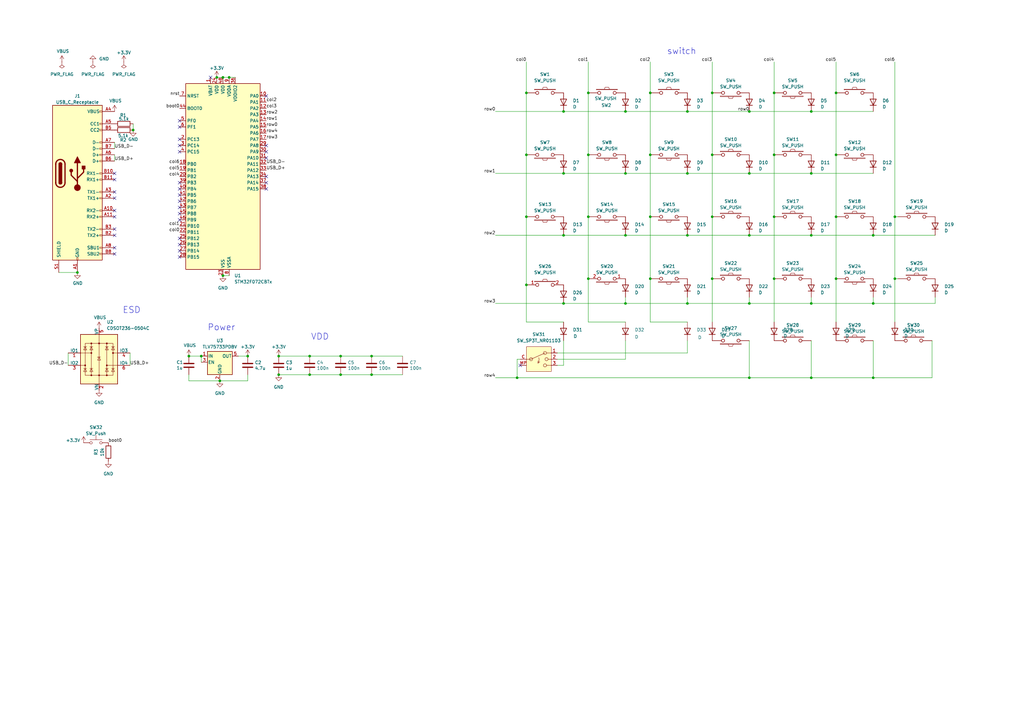
<source format=kicad_sch>
(kicad_sch (version 20250114) (generator "eeschema") (generator_version "9.0")
  (paper "A3")
  (lib_symbols
    (symbol "Connector:USB_C_Receptacle" (pin_names (offset 1.016))
      (property "Reference" "J" (at -10.16 29.21 0))
      (property "Value" "USB_C_Receptacle" (at 10.16 29.21 0))
      (symbol "USB_C_Receptacle_1_1"
        (pin passive line (at -7.62 -40.64 90) (length 5.08) (name "SHIELD") (number "S1"))
        (pin passive line (at 0 -40.64 90) (length 5.08) (name "GND") (number "A1"))
        (pin passive line (at 0 -40.64 90) (length 5.08) (hide yes) (name "GND") (number "A12"))
        (pin passive line (at 0 -40.64 90) (length 5.08) (hide yes) (name "GND") (number "B1"))
        (pin passive line (at 0 -40.64 90) (length 5.08) (hide yes) (name "GND") (number "B12"))
        (pin passive line (at 15.24 25.4 180) (length 5.08) (name "VBUS") (number "A4"))
        (pin passive line (at 15.24 25.4 180) (length 5.08) (hide yes) (name "VBUS") (number "A9"))
        (pin passive line (at 15.24 25.4 180) (length 5.08) (hide yes) (name "VBUS") (number "B4"))
        (pin passive line (at 15.24 25.4 180) (length 5.08) (hide yes) (name "VBUS") (number "B9"))
        (pin bidirectional line (at 15.24 20.32 180) (length 5.08) (name "CC1") (number "A5"))
        (pin bidirectional line (at 15.24 17.78 180) (length 5.08) (name "CC2") (number "B5"))
        (pin bidirectional line (at 15.24 12.7 180) (length 5.08) (name "D-") (number "A7"))
        (pin bidirectional line (at 15.24 10.16 180) (length 5.08) (name "D-") (number "B7"))
        (pin bidirectional line (at 15.24 7.62 180) (length 5.08) (name "D+") (number "A6"))
        (pin bidirectional line (at 15.24 5.08 180) (length 5.08) (name "D+") (number "B6"))
        (pin bidirectional line (at 15.24 0 180) (length 5.08) (name "RX1-") (number "B10"))
        (pin bidirectional line (at 15.24 -2.54 180) (length 5.08) (name "RX1+") (number "B11"))
        (pin bidirectional line (at 15.24 -7.62 180) (length 5.08) (name "TX1-") (number "A3"))
        (pin bidirectional line (at 15.24 -10.16 180) (length 5.08) (name "TX1+") (number "A2"))
        (pin bidirectional line (at 15.24 -15.24 180) (length 5.08) (name "RX2-") (number "A10"))
        (pin bidirectional line (at 15.24 -17.78 180) (length 5.08) (name "RX2+") (number "A11"))
        (pin bidirectional line (at 15.24 -22.86 180) (length 5.08) (name "TX2-") (number "B3"))
        (pin bidirectional line (at 15.24 -25.4 180) (length 5.08) (name "TX2+") (number "B2"))
        (pin bidirectional line (at 15.24 -30.48 180) (length 5.08) (name "SBU1") (number "A8"))
        (pin bidirectional line (at 15.24 -33.02 180) (length 5.08) (name "SBU2") (number "B8"))
      )
    )
    (symbol "Device:C" (pin_numbers (hide yes)) (pin_names (offset 0.254))
      (property "Reference" "C" (at 0.635 2.54 0))
      (property "Value" "C" (at 0.635 -2.54 0))
      (symbol "C_1_1"
        (pin passive line (at 0 3.81 270) (length 2.794) (name "~") (number "1"))
        (pin passive line (at 0 -3.81 90) (length 2.794) (name "~") (number "2"))
      )
    )
    (symbol "Device:D" (pin_numbers (hide yes)) (pin_names (offset 1.016) (hide yes))
      (property "Reference" "D" (at 0 2.54 0))
      (property "Value" "D" (at 0 -2.54 0))
      (symbol "D_1_1"
        (pin passive line (at -3.81 0 0) (length 2.54) (name "K") (number "1"))
        (pin passive line (at 3.81 0 180) (length 2.54) (name "A") (number "2"))
      )
    )
    (symbol "Device:R" (pin_numbers (hide yes)) (pin_names (offset 0))
      (property "Reference" "R" (at 2.032 0 90))
      (property "Value" "R" (at 0 0 90))
      (symbol "R_1_1"
        (pin passive line (at 0 3.81 270) (length 1.27) (name "~") (number "1"))
        (pin passive line (at 0 -3.81 90) (length 1.27) (name "~") (number "2"))
      )
    )
    (symbol "MCU_ST_STM32F0:STM32F072CBTx"
      (property "Reference" "U" (at -15.24 39.37 0))
      (property "Value" "STM32F072CBTx" (at 7.62 39.37 0))
      (symbol "STM32F072CBTx_1_1"
        (pin input line (at -17.78 33.02 0) (length 2.54) (name "NRST") (number "7"))
        (pin input line (at -17.78 27.94 0) (length 2.54) (name "BOOT0") (number "44"))
        (pin bidirectional line (at -17.78 22.86 0) (length 2.54) (name "PF0") (number "5"))
        (pin bidirectional line (at -17.78 20.32 0) (length 2.54) (name "PF1") (number "6"))
        (pin bidirectional line (at -17.78 15.24 0) (length 2.54) (name "PC13") (number "2"))
        (pin bidirectional line (at -17.78 12.7 0) (length 2.54) (name "PC14") (number "3"))
        (pin bidirectional line (at -17.78 10.16 0) (length 2.54) (name "PC15") (number "4"))
        (pin bidirectional line (at -17.78 5.08 0) (length 2.54) (name "PB0") (number "18"))
        (pin bidirectional line (at -17.78 2.54 0) (length 2.54) (name "PB1") (number "19"))
        (pin bidirectional line (at -17.78 0 0) (length 2.54) (name "PB2") (number "20"))
        (pin bidirectional line (at -17.78 -2.54 0) (length 2.54) (name "PB3") (number "39"))
        (pin bidirectional line (at -17.78 -5.08 0) (length 2.54) (name "PB4") (number "40"))
        (pin bidirectional line (at -17.78 -7.62 0) (length 2.54) (name "PB5") (number "41"))
        (pin bidirectional line (at -17.78 -10.16 0) (length 2.54) (name "PB6") (number "42"))
        (pin bidirectional line (at -17.78 -12.7 0) (length 2.54) (name "PB7") (number "43"))
        (pin bidirectional line (at -17.78 -15.24 0) (length 2.54) (name "PB8") (number "45"))
        (pin bidirectional line (at -17.78 -17.78 0) (length 2.54) (name "PB9") (number "46"))
        (pin bidirectional line (at -17.78 -20.32 0) (length 2.54) (name "PB10") (number "21"))
        (pin bidirectional line (at -17.78 -22.86 0) (length 2.54) (name "PB11") (number "22"))
        (pin bidirectional line (at -17.78 -25.4 0) (length 2.54) (name "PB12") (number "25"))
        (pin bidirectional line (at -17.78 -27.94 0) (length 2.54) (name "PB13") (number "26"))
        (pin bidirectional line (at -17.78 -30.48 0) (length 2.54) (name "PB14") (number "27"))
        (pin bidirectional line (at -17.78 -33.02 0) (length 2.54) (name "PB15") (number "28"))
        (pin power_in line (at -5.08 40.64 270) (length 2.54) (name "VBAT") (number "1"))
        (pin power_in line (at -2.54 40.64 270) (length 2.54) (name "VDD") (number "24"))
        (pin power_in line (at 0 40.64 270) (length 2.54) (name "VDD") (number "48"))
        (pin power_in line (at 0 -40.64 90) (length 2.54) (name "VSS") (number "23"))
        (pin passive line (at 0 -40.64 90) (length 2.54) (hide yes) (name "VSS") (number "35"))
        (pin passive line (at 0 -40.64 90) (length 2.54) (hide yes) (name "VSS") (number "47"))
        (pin power_in line (at 2.54 40.64 270) (length 2.54) (name "VDDA") (number "9"))
        (pin power_in line (at 2.54 -40.64 90) (length 2.54) (name "VSSA") (number "8"))
        (pin power_in line (at 5.08 40.64 270) (length 2.54) (name "VDDIO2") (number "36"))
        (pin bidirectional line (at 17.78 33.02 180) (length 2.54) (name "PA0") (number "10"))
        (pin bidirectional line (at 17.78 30.48 180) (length 2.54) (name "PA1") (number "11"))
        (pin bidirectional line (at 17.78 27.94 180) (length 2.54) (name "PA2") (number "12"))
        (pin bidirectional line (at 17.78 25.4 180) (length 2.54) (name "PA3") (number "13"))
        (pin bidirectional line (at 17.78 22.86 180) (length 2.54) (name "PA4") (number "14"))
        (pin bidirectional line (at 17.78 20.32 180) (length 2.54) (name "PA5") (number "15"))
        (pin bidirectional line (at 17.78 17.78 180) (length 2.54) (name "PA6") (number "16"))
        (pin bidirectional line (at 17.78 15.24 180) (length 2.54) (name "PA7") (number "17"))
        (pin bidirectional line (at 17.78 12.7 180) (length 2.54) (name "PA8") (number "29"))
        (pin bidirectional line (at 17.78 10.16 180) (length 2.54) (name "PA9") (number "30"))
        (pin bidirectional line (at 17.78 7.62 180) (length 2.54) (name "PA10") (number "31"))
        (pin bidirectional line (at 17.78 5.08 180) (length 2.54) (name "PA11") (number "32"))
        (pin bidirectional line (at 17.78 2.54 180) (length 2.54) (name "PA12") (number "33"))
        (pin bidirectional line (at 17.78 0 180) (length 2.54) (name "PA13") (number "34"))
        (pin bidirectional line (at 17.78 -2.54 180) (length 2.54) (name "PA14") (number "37"))
        (pin bidirectional line (at 17.78 -5.08 180) (length 2.54) (name "PA15") (number "38"))
      )
    )
    (symbol "Power_Protection:CDSOT236-0504C" (pin_names (offset 0))
      (property "Reference" "U" (at -5.08 11.43 0))
      (property "Value" "CDSOT236-0504C" (at 2.54 11.43 0))
      (symbol "CDSOT236-0504C_1_1"
        (pin passive line (at -12.7 2.54 0) (length 5.08) (name "IO1") (number "1"))
        (pin passive line (at -12.7 -2.54 0) (length 5.08) (name "IO2") (number "3"))
        (pin passive line (at 0 12.7 270) (length 2.54) (name "VP") (number "5"))
        (pin passive line (at 0 -12.7 90) (length 2.54) (name "VN") (number "2"))
        (pin passive line (at 12.7 2.54 180) (length 5.08) (name "IO3") (number "4"))
        (pin passive line (at 12.7 -2.54 180) (length 5.08) (name "IO4") (number "6"))
      )
    )
    (symbol "Regulator_Linear:TLV75733PDBV" (pin_names (offset 0.254))
      (property "Reference" "U" (at -3.81 5.715 0))
      (property "Value" "TLV75733PDBV" (at 0 5.715 0))
      (symbol "TLV75733PDBV_1_1"
        (pin power_in line (at -7.62 2.54 0) (length 2.54) (name "IN") (number "1"))
        (pin input line (at -7.62 0 0) (length 2.54) (name "EN") (number "3"))
        (pin power_in line (at 0 -7.62 90) (length 2.54) (name "GND") (number "2"))
        (pin no_connect line (at 5.08 0 180) (length 2.54) (hide yes) (name "NC") (number "4"))
        (pin power_out line (at 7.62 2.54 180) (length 2.54) (name "OUT") (number "5"))
      )
    )
    (symbol "SW_PUSH_1" (pin_names (offset 1.016) (hide yes))
      (property "Reference" "SW" (at 3.81 2.794 0))
      (property "Value" "SW_PUSH" (at 0 -2.032 0))
      (symbol "SW_PUSH_1_0_1"
        (pin passive inverted (at -7.62 0 0) (length 5.08) (name "1") (number "1"))
        (pin passive inverted (at 7.62 0 180) (length 5.08) (name "2") (number "2"))
      )
    )
    (symbol "SW_PUSH_2" (pin_names (offset 1.016) (hide yes))
      (property "Reference" "SW" (at 3.81 2.794 0))
      (property "Value" "SW_PUSH" (at 0 -2.032 0))
      (symbol "SW_PUSH_2_0_1"
        (pin passive inverted (at -7.62 0 0) (length 5.08) (name "1") (number "1"))
        (pin passive inverted (at 7.62 0 180) (length 5.08) (name "2") (number "2"))
      )
    )
    (symbol "Switch:SW_Push" (pin_numbers (hide yes)) (pin_names (offset 1.016) (hide yes))
      (property "Reference" "SW" (at 1.27 2.54 0))
      (property "Value" "SW_Push" (at 0 -1.524 0))
      (symbol "SW_Push_0_1"
        (pin passive line (at -5.08 0 0) (length 2.54) (name "1") (number "1"))
        (pin passive line (at 5.08 0 180) (length 2.54) (name "2") (number "2"))
      )
    )
    (symbol "Switch:SW_SP3T_NR01103" (pin_names (hide yes))
      (property "Reference" "SW" (at 0 6.35 0))
      (property "Value" "SW_SP3T_NR01103" (at 0 -6.35 0))
      (symbol "SW_SP3T_NR01103_1_1"
        (pin passive line (at -7.62 0 0) (length 2.54) (name "Common") (number "C"))
        (pin passive line (at -7.62 -2.54 0) (length 2.54) (name "MP") (number "MP"))
        (pin no_connect line (at -2.54 5.08 270) (length 0) (hide yes) (name "") (number "4"))
        (pin no_connect line (at 2.54 5.08 270) (length 0) (hide yes) (name "") (number "5"))
        (pin passive line (at 7.62 2.54 180) (length 2.54) (name "1") (number "1"))
        (pin passive line (at 7.62 0 180) (length 2.54) (name "2") (number "2"))
        (pin passive line (at 7.62 -2.54 180) (length 2.54) (name "3") (number "3"))
      )
    )
    (symbol "foostan:SW_PUSH" (pin_numbers (hide yes)) (pin_names (offset 1.016) (hide yes))
      (property "Reference" "SW" (at 3.81 2.794 0))
      (property "Value" "SW_PUSH" (at 0 -2.032 0))
      (symbol "SW_PUSH_0_1"
        (pin passive inverted (at -7.62 0 0) (length 5.08) (name "1") (number "1"))
        (pin passive inverted (at 7.62 0 180) (length 5.08) (name "2") (number "2"))
      )
    )
    (symbol "power:+3.3V" (power) (pin_names (offset 0))
      (property "Value" "+3.3V" (at 0 3.556 0))
      (symbol "+3.3V_1_1"
        (pin power_in line (at 0 0 90) (length 0) (hide yes) (name "+3.3V") (number "1"))
      )
    )
    (symbol "power:GND" (power) (pin_names (offset 0))
      (property "Value" "GND" (at 0 -3.81 0))
      (symbol "GND_1_1"
        (pin power_in line (at 0 0 270) (length 0) (hide yes) (name "GND") (number "1"))
      )
    )
    (symbol "power:PWR_FLAG" (power) (pin_numbers (hide yes)) (pin_names (offset 0) (hide yes))
      (property "Value" "PWR_FLAG" (at 0 3.81 0))
      (symbol "PWR_FLAG_0_0"
        (pin power_out line (at 0 0 90) (length 0) (name "pwr") (number "1"))
      )
    )
    (symbol "power:VBUS" (power) (pin_names (offset 0))
      (property "Value" "VBUS" (at 0 3.81 0))
      (symbol "VBUS_1_1"
        (pin power_in line (at 0 0 90) (length 0) (hide yes) (name "VBUS") (number "1"))
      )
    )
  )
  (text "Power" (at 85.09 135.89 0) (effects (font (size 2.54 2.54)) (justify left bottom)))
  (text "switch" (at 273.558 22.606 0) (effects (font (size 2.54 2.54)) (justify left bottom)))
  (text "ESD" (at 50.292 128.778 0) (effects (font (size 2.54 2.54)) (justify left bottom)))
  (text "VDD" (at 127.508 139.7 0) (effects (font (size 2.54 2.54)) (justify left bottom)))
  (junction (at 281.94 45.72))
  (junction (at 317.5 114.3))
  (junction (at 241.3 88.9))
  (junction (at 266.7 63.5))
  (junction (at 266.7 88.9))
  (junction (at 256.54 124.46))
  (junction (at 241.3 63.5))
  (junction (at 54.61 53.34))
  (junction (at 256.54 96.52))
  (junction (at 281.94 124.46))
  (junction (at 91.44 31.75))
  (junction (at 281.94 96.52))
  (junction (at 332.74 124.46))
  (junction (at 332.74 45.72))
  (junction (at 90.17 156.21))
  (junction (at 281.94 71.12))
  (junction (at 127 153.67))
  (junction (at 215.9 63.5))
  (junction (at 332.74 154.94))
  (junction (at 307.34 45.72))
  (junction (at 307.34 124.46))
  (junction (at 367.03 88.9))
  (junction (at 266.7 114.3))
  (junction (at 127 146.05))
  (junction (at 82.55 146.05))
  (junction (at 266.7 38.1))
  (junction (at 212.09 154.94))
  (junction (at 342.9 38.1))
  (junction (at 215.9 116.84))
  (junction (at 332.74 71.12))
  (junction (at 317.5 38.1))
  (junction (at 317.5 88.9))
  (junction (at 114.3 146.05))
  (junction (at 139.7 153.67))
  (junction (at 241.3 38.1))
  (junction (at 307.34 154.94))
  (junction (at 231.14 45.72))
  (junction (at 367.03 114.3))
  (junction (at 88.9 31.75))
  (junction (at 342.9 88.9))
  (junction (at 139.7 146.05))
  (junction (at 241.3 114.3))
  (junction (at 342.9 114.3))
  (junction (at 215.9 88.9))
  (junction (at 342.9 63.5))
  (junction (at 307.34 71.12))
  (junction (at 332.74 96.52))
  (junction (at 231.14 124.46))
  (junction (at 256.54 45.72))
  (junction (at 358.14 124.46))
  (junction (at 93.98 31.75))
  (junction (at 292.1 88.9))
  (junction (at 101.6 146.05))
  (junction (at 292.1 38.1))
  (junction (at 307.34 96.52))
  (junction (at 31.75 111.76))
  (junction (at 358.14 96.52))
  (junction (at 317.5 63.5))
  (junction (at 231.14 96.52))
  (junction (at 256.54 71.12))
  (junction (at 292.1 63.5))
  (junction (at 152.4 146.05))
  (junction (at 77.47 146.05))
  (junction (at 114.3 153.67))
  (junction (at 152.4 153.67))
  (junction (at 215.9 38.1))
  (junction (at 358.14 154.94))
  (junction (at 231.14 71.12))
  (junction (at 91.44 113.03))
  (junction (at 292.1 114.3))
  (no_connect (at 73.66 90.17))
  (no_connect (at 46.99 93.98))
  (no_connect (at 73.66 102.87))
  (no_connect (at 109.22 64.77))
  (no_connect (at 73.66 74.93))
  (no_connect (at 73.66 49.53))
  (no_connect (at 109.22 72.39))
  (no_connect (at 109.22 39.37))
  (no_connect (at 46.99 71.12))
  (no_connect (at 73.66 82.55))
  (no_connect (at 109.22 74.93))
  (no_connect (at 46.99 101.6))
  (no_connect (at 73.66 77.47))
  (no_connect (at 73.66 57.15))
  (no_connect (at 46.99 73.66))
  (no_connect (at 109.22 59.69))
  (no_connect (at 73.66 105.41))
  (no_connect (at 46.99 104.14))
  (no_connect (at 46.99 88.9))
  (no_connect (at 46.99 96.52))
  (no_connect (at 73.66 59.69))
  (no_connect (at 46.99 78.74))
  (no_connect (at 213.36 149.86))
  (no_connect (at 73.66 52.07))
  (no_connect (at 46.99 86.36))
  (no_connect (at 73.66 80.01))
  (no_connect (at 73.66 97.79))
  (no_connect (at 73.66 85.09))
  (no_connect (at 73.66 100.33))
  (no_connect (at 73.66 87.63))
  (no_connect (at 109.22 62.23))
  (no_connect (at 86.36 31.75))
  (no_connect (at 73.66 62.23))
  (no_connect (at 109.22 77.47))
  (no_connect (at 46.99 81.28))
  (wire (pts (xy 332.74 154.94) (xy 358.14 154.94)))
  (wire (pts (xy 317.5 25.4) (xy 317.5 38.1)))
  (wire (pts (xy 307.34 139.7) (xy 307.34 154.94)))
  (wire (pts (xy 241.3 25.4) (xy 241.3 38.1)))
  (wire (pts (xy 203.2 124.46) (xy 231.14 124.46)))
  (wire (pts (xy 82.55 146.05) (xy 82.55 148.59)))
  (wire (pts (xy 97.79 146.05) (xy 101.6 146.05)))
  (wire (pts (xy 213.36 147.32) (xy 212.09 147.32)))
  (wire (pts (xy 215.9 63.5) (xy 215.9 88.9)))
  (wire (pts (xy 256.54 96.52) (xy 281.94 96.52)))
  (wire (pts (xy 383.54 124.46) (xy 383.54 121.92)))
  (wire (pts (xy 266.7 63.5) (xy 266.7 88.9)))
  (wire (pts (xy 332.74 124.46) (xy 332.74 121.92)))
  (wire (pts (xy 215.9 25.4) (xy 215.9 38.1)))
  (wire (pts (xy 241.3 63.5) (xy 241.3 88.9)))
  (wire (pts (xy 203.2 45.72) (xy 231.14 45.72)))
  (wire (pts (xy 231.14 139.7) (xy 231.14 149.86)))
  (wire (pts (xy 24.13 111.76) (xy 31.75 111.76)))
  (wire (pts (xy 228.6 149.86) (xy 231.14 149.86)))
  (wire (pts (xy 127 146.05) (xy 139.7 146.05)))
  (wire (pts (xy 215.9 88.9) (xy 215.9 116.84)))
  (wire (pts (xy 266.7 114.3) (xy 266.7 132.08)))
  (wire (pts (xy 241.3 88.9) (xy 241.3 114.3)))
  (wire (pts (xy 231.14 96.52) (xy 256.54 96.52)))
  (wire (pts (xy 307.34 96.52) (xy 332.74 96.52)))
  (wire (pts (xy 292.1 88.9) (xy 292.1 114.3)))
  (wire (pts (xy 77.47 146.05) (xy 82.55 146.05)))
  (wire (pts (xy 307.34 124.46) (xy 332.74 124.46)))
  (wire (pts (xy 342.9 25.4) (xy 342.9 38.1)))
  (wire (pts (xy 342.9 114.3) (xy 342.9 132.08)))
  (wire (pts (xy 367.03 114.3) (xy 368.3 114.3)))
  (wire (pts (xy 307.34 45.72) (xy 332.74 45.72)))
  (wire (pts (xy 358.14 124.46) (xy 383.54 124.46)))
  (wire (pts (xy 292.1 63.5) (xy 292.1 88.9)))
  (wire (pts (xy 307.34 154.94) (xy 332.74 154.94)))
  (wire (pts (xy 281.94 96.52) (xy 307.34 96.52)))
  (wire (pts (xy 231.14 71.12) (xy 256.54 71.12)))
  (wire (pts (xy 317.5 88.9) (xy 317.5 114.3)))
  (wire (pts (xy 266.7 25.4) (xy 266.7 38.1)))
  (wire (pts (xy 281.94 124.46) (xy 307.34 124.46)))
  (wire (pts (xy 292.1 25.4) (xy 292.1 38.1)))
  (wire (pts (xy 342.9 63.5) (xy 342.9 88.9)))
  (wire (pts (xy 358.14 154.94) (xy 382.27 154.94)))
  (wire (pts (xy 152.4 153.67) (xy 165.1 153.67)))
  (wire (pts (xy 215.9 38.1) (xy 215.9 63.5)))
  (wire (pts (xy 256.54 124.46) (xy 281.94 124.46)))
  (wire (pts (xy 281.94 45.72) (xy 307.34 45.72)))
  (wire (pts (xy 91.44 31.75) (xy 93.98 31.75)))
  (wire (pts (xy 231.14 45.72) (xy 256.54 45.72)))
  (wire (pts (xy 91.44 113.03) (xy 93.98 113.03)))
  (wire (pts (xy 256.54 45.72) (xy 281.94 45.72)))
  (wire (pts (xy 114.3 146.05) (xy 127 146.05)))
  (wire (pts (xy 266.7 38.1) (xy 266.7 63.5)))
  (wire (pts (xy 292.1 132.08) (xy 292.1 114.3)))
  (wire (pts (xy 367.03 88.9) (xy 368.3 88.9)))
  (wire (pts (xy 228.6 147.32) (xy 256.54 147.32)))
  (wire (pts (xy 114.3 153.67) (xy 127 153.67)))
  (wire (pts (xy 317.5 63.5) (xy 317.5 88.9)))
  (wire (pts (xy 139.7 153.67) (xy 152.4 153.67)))
  (wire (pts (xy 215.9 132.08) (xy 231.14 132.08)))
  (wire (pts (xy 139.7 146.05) (xy 152.4 146.05)))
  (wire (pts (xy 127 153.67) (xy 139.7 153.67)))
  (wire (pts (xy 90.17 156.21) (xy 101.6 156.21)))
  (wire (pts (xy 358.14 139.7) (xy 358.14 154.94)))
  (wire (pts (xy 203.2 96.52) (xy 231.14 96.52)))
  (wire (pts (xy 203.2 71.12) (xy 231.14 71.12)))
  (wire (pts (xy 382.27 154.94) (xy 382.27 139.7)))
  (wire (pts (xy 317.5 38.1) (xy 317.5 63.5)))
  (wire (pts (xy 367.03 88.9) (xy 367.03 114.3)))
  (wire (pts (xy 266.7 132.08) (xy 281.94 132.08)))
  (wire (pts (xy 212.09 147.32) (xy 212.09 154.94)))
  (wire (pts (xy 241.3 114.3) (xy 241.3 132.08)))
  (wire (pts (xy 332.74 124.46) (xy 358.14 124.46)))
  (wire (pts (xy 215.9 116.84) (xy 215.9 132.08)))
  (wire (pts (xy 342.9 88.9) (xy 342.9 114.3)))
  (wire (pts (xy 152.4 146.05) (xy 165.1 146.05)))
  (wire (pts (xy 77.47 156.21) (xy 90.17 156.21)))
  (wire (pts (xy 281.94 124.46) (xy 281.94 121.92)))
  (wire (pts (xy 54.61 50.8) (xy 54.61 53.34)))
  (wire (pts (xy 266.7 88.9) (xy 266.7 114.3)))
  (wire (pts (xy 203.2 154.94) (xy 212.09 154.94)))
  (wire (pts (xy 256.54 147.32) (xy 256.54 139.7)))
  (wire (pts (xy 292.1 38.1) (xy 292.1 63.5)))
  (wire (pts (xy 101.6 156.21) (xy 101.6 153.67)))
  (wire (pts (xy 46.99 63.5) (xy 46.99 66.04)))
  (wire (pts (xy 241.3 132.08) (xy 256.54 132.08)))
  (wire (pts (xy 46.99 58.42) (xy 46.99 60.96)))
  (wire (pts (xy 332.74 139.7) (xy 332.74 154.94)))
  (wire (pts (xy 231.14 124.46) (xy 256.54 124.46)))
  (wire (pts (xy 228.6 144.78) (xy 281.94 144.78)))
  (wire (pts (xy 212.09 154.94) (xy 307.34 154.94)))
  (wire (pts (xy 93.98 31.75) (xy 96.52 31.75)))
  (wire (pts (xy 77.47 153.67) (xy 77.47 156.21)))
  (wire (pts (xy 241.3 38.1) (xy 241.3 63.5)))
  (wire (pts (xy 53.34 144.78) (xy 53.34 149.86)))
  (wire (pts (xy 281.94 71.12) (xy 307.34 71.12)))
  (wire (pts (xy 307.34 124.46) (xy 307.34 121.92)))
  (wire (pts (xy 88.9 31.75) (xy 91.44 31.75)))
  (wire (pts (xy 256.54 71.12) (xy 281.94 71.12)))
  (wire (pts (xy 317.5 132.08) (xy 317.5 114.3)))
  (wire (pts (xy 358.14 96.52) (xy 383.54 96.52)))
  (wire (pts (xy 342.9 38.1) (xy 342.9 63.5)))
  (wire (pts (xy 27.94 144.78) (xy 27.94 149.86)))
  (wire (pts (xy 332.74 71.12) (xy 358.14 71.12)))
  (wire (pts (xy 358.14 124.46) (xy 358.14 121.92)))
  (wire (pts (xy 281.94 144.78) (xy 281.94 139.7)))
  (wire (pts (xy 307.34 71.12) (xy 332.74 71.12)))
  (wire (pts (xy 256.54 124.46) (xy 256.54 121.92)))
  (wire (pts (xy 332.74 96.52) (xy 358.14 96.52)))
  (wire (pts (xy 332.74 45.72) (xy 358.14 45.72)))
  (wire (pts (xy 367.03 25.4) (xy 367.03 88.9)))
  (wire (pts (xy 367.03 114.3) (xy 367.03 132.08)))
  (label "row4" (at 203.2 154.94 180))
  (label "nrst" (at 73.66 39.37 180))
  (label "row0" (at 307.34 45.72 180))
  (label "col0" (at 73.66 95.25 180))
  (label "boot0" (at 73.66 44.45 180))
  (label "col6" (at 73.66 67.31 180))
  (label "row1" (at 109.22 49.53 0))
  (label "col6" (at 367.03 25.4 180))
  (label "USB_D-" (at 109.22 67.31 0))
  (label "USB_D+" (at 46.99 66.04 0))
  (label "row0" (at 203.2 45.72 180))
  (label "col5" (at 73.66 69.85 180))
  (label "row2" (at 203.2 96.52 180))
  (label "col4" (at 317.5 25.4 180))
  (label "USB_D+" (at 109.22 69.85 0))
  (label "row1" (at 203.2 71.12 180))
  (label "col1" (at 73.66 92.71 180))
  (label "col3" (at 292.1 25.4 180))
  (label "USB_D-" (at 27.94 149.86 180))
  (label "col2" (at 109.22 41.91 0))
  (label "col1" (at 241.3 25.4 180))
  (label "col0" (at 215.9 25.4 180))
  (label "col4" (at 73.66 72.39 180))
  (label "row0" (at 109.22 52.07 0))
  (label "boot0" (at 44.45 181.61 0))
  (label "col2" (at 266.7 25.4 180))
  (label "USB_D-" (at 46.99 60.96 0))
  (label "USB_D+" (at 53.34 149.86 0))
  (label "row3" (at 203.2 124.46 180))
  (label "row2" (at 109.22 46.99 0))
  (label "row4" (at 109.22 54.61 0))
  (label "row3" (at 109.22 57.15 0))
  (label "col3" (at 109.22 44.45 0))
  (label "col5" (at 342.9 25.4 180))
  (symbol (lib_id "Device:C") (at 114.3 149.86 0) (unit 1)
    (property "Reference" "C3" (at 117.221 148.6916 0) (effects (justify left)))
    (property "Value" "1u" (at 117.221 151.003 0) (effects (justify left)))
    (property "Footprint" "Capacitor_SMD:C_0603_1608Metric" (effects (hide yes)))
  )
  (symbol (lib_id "Device:R") (at 50.8 50.8 270) (unit 1)
    (property "Reference" "R1" (at 50.546 47.244 90))
    (property "Value" "5.1k" (at 50.8 48.768 90))
    (property "Footprint" "Capacitor_SMD:C_0603_1608Metric" (effects (hide yes)))
  )
  (symbol (lib_id "foostan:SW_PUSH") (at 299.72 63.5 0) (unit 1)
    (property "Reference" "SW10" (at 299.72 57.15 0))
    (property "Value" "SW_PUSH" (at 299.72 59.69 0))
    (property "Footprint" "MyLibrary:MX_GLPV3_1U" (effects (hide yes)))
  )
  (symbol (lib_id "Switch:SW_Push") (at 39.37 181.61 0) (unit 1)
    (property "Reference" "SW32" (at 39.37 175.26 0))
    (property "Value" "SW_Push" (at 39.37 177.8 0))
    (property "Footprint" "Button_Switch_SMD:SW_SPST_SKQG_WithStem" (effects (hide yes)))
  )
  (symbol (lib_id "Device:D") (at 292.1 135.89 90) (unit 1)
    (property "Reference" "D27" (at 295.91 135.255 90) (effects (justify right)))
    (property "Value" "D" (at 295.91 137.795 90) (effects (justify right)))
    (property "Footprint" "MyLibrary:Diode_SMD_noname" (effects (hide yes)))
    (property "Sim.Device" "D" (effects (hide yes)))
    (property "Sim.Pins" "1=K 2=A" (effects (hide yes)))
  )
  (symbol (lib_id "foostan:SW_PUSH") (at 375.92 88.9 0) (unit 1)
    (property "Reference" "SW19" (at 375.92 82.55 0))
    (property "Value" "SW_PUSH" (at 375.92 85.09 0))
    (property "Footprint" "MyLibrary:MX_GLPV3_1U" (effects (hide yes)))
  )
  (symbol (lib_id "Switch:SW_SP3T_NR01103") (at 220.98 147.32 0) (unit 1)
    (property "Reference" "SW31" (at 220.98 137.16 0))
    (property "Value" "SW_SP3T_NR01103" (at 220.98 139.7 0))
    (property "Footprint" "MyLibrary:TMHU27" (effects (hide yes)))
    (property "Datasheet" "https://www.nkkswitches.com/pdf/NR01%20Rotaries.pdf" (effects (hide yes)))
    (property "Description" "NKK Switches NR01 Series rotary SP3T switch" (effects (hide yes)))
  )
  (symbol (lib_id "Device:D") (at 231.14 120.65 90) (unit 1)
    (property "Reference" "D26" (at 234.95 120.015 90) (effects (justify right)))
    (property "Value" "D" (at 234.95 122.555 90) (effects (justify right)))
    (property "Footprint" "MyLibrary:Diode_SMD_noname" (effects (hide yes)))
    (property "Sim.Device" "D" (effects (hide yes)))
    (property "Sim.Pins" "1=K 2=A" (effects (hide yes)))
  )
  (symbol (lib_id "Device:C") (at 165.1 149.86 0) (unit 1)
    (property "Reference" "C7" (at 168.021 148.6916 0) (effects (justify left)))
    (property "Value" "100n" (at 168.021 151.003 0) (effects (justify left)))
    (property "Footprint" "Capacitor_SMD:C_0603_1608Metric" (effects (hide yes)))
  )
  (symbol (lib_id "Device:D") (at 256.54 135.89 90) (unit 1)
    (property "Reference" "D32" (at 260.35 135.255 90) (effects (justify right)))
    (property "Value" "D" (at 260.35 138.176 90) (effects (justify right)))
    (property "Footprint" "MyLibrary:Diode_SMD_noname" (effects (hide yes)))
    (property "Sim.Device" "D" (effects (hide yes)))
    (property "Sim.Pins" "1=K 2=A" (effects (hide yes)))
  )
  (symbol (lib_id "power:VBUS") (at 77.47 146.05 0) (unit 1)
    (property "Reference" "#PWR09" (effects (hide yes)))
    (property "Value" "VBUS" (at 77.851 141.6558 0))
  )
  (symbol (lib_id "Device:D") (at 383.54 118.11 90) (unit 1)
    (property "Reference" "D25" (at 387.35 117.475 90) (effects (justify right)))
    (property "Value" "D" (at 387.35 120.015 90) (effects (justify right)))
    (property "Footprint" "MyLibrary:Diode_SMD_noname" (effects (hide yes)))
    (property "Sim.Device" "D" (effects (hide yes)))
    (property "Sim.Pins" "1=K 2=A" (effects (hide yes)))
  )
  (symbol (lib_id "foostan:SW_PUSH") (at 350.52 63.5 180) (unit 1)
    (property "Reference" "SW12" (at 350.52 58.42 0))
    (property "Value" "SW_PUSH" (at 350.52 60.96 0))
    (property "Footprint" "MyLibrary:MX_GLPV3_1U" (effects (hide yes)))
  )
  (symbol (lib_id "foostan:SW_PUSH") (at 223.52 63.5 180) (unit 1)
    (property "Reference" "SW7" (at 223.52 58.42 0))
    (property "Value" "SW_PUSH" (at 223.52 60.96 0))
    (property "Footprint" "MyLibrary:MX_GLPV3_1.5U" (effects (hide yes)))
  )
  (symbol (lib_id "Device:R") (at 44.45 185.42 0) (unit 1)
    (property "Reference" "R3" (at 39.37 185.42 90))
    (property "Value" "10k" (at 41.91 185.42 90))
    (property "Footprint" "Capacitor_SMD:C_0603_1608Metric" (effects (hide yes)))
  )
  (symbol (lib_id "foostan:SW_PUSH") (at 375.92 114.3 0) (unit 1)
    (property "Reference" "SW25" (at 375.92 107.95 0))
    (property "Value" "SW_PUSH" (at 375.92 110.49 0))
    (property "Footprint" "MyLibrary:MX_GLPV3_1U" (effects (hide yes)))
  )
  (symbol (lib_id "Connector:USB_C_Receptacle") (at 31.75 71.12 0) (unit 1)
    (property "Reference" "J1" (at 31.75 39.37 0))
    (property "Value" "USB_C_Receptacle" (at 31.75 41.91 0))
    (property "Footprint" "Connector_USB:USB_C_Receptacle_HRO_TYPE-C-31-M-12" (effects (hide yes)))
    (property "Datasheet" "https://www.usb.org/sites/default/files/documents/usb_type-c.zip" (effects (hide yes)))
  )
  (symbol (lib_id "Device:D") (at 307.34 118.11 90) (unit 1)
    (property "Reference" "D22" (at 311.15 117.475 90) (effects (justify right)))
    (property "Value" "D" (at 311.15 120.015 90) (effects (justify right)))
    (property "Footprint" "MyLibrary:Diode_SMD_noname" (effects (hide yes)))
    (property "Sim.Device" "D" (effects (hide yes)))
    (property "Sim.Pins" "1=K 2=A" (effects (hide yes)))
  )
  (symbol (lib_id "Device:R") (at 50.8 53.34 270) (unit 1)
    (property "Reference" "R2" (at 50.546 57.404 90))
    (property "Value" "5.1k" (at 50.546 55.626 90))
    (property "Footprint" "Capacitor_SMD:C_0603_1608Metric" (effects (hide yes)))
  )
  (symbol (lib_id "Device:D") (at 342.9 135.89 90) (unit 1)
    (property "Reference" "D29" (at 346.71 135.255 90) (effects (justify right)))
    (property "Value" "D" (at 346.71 137.795 90) (effects (justify right)))
    (property "Footprint" "MyLibrary:Diode_SMD_noname" (effects (hide yes)))
    (property "Sim.Device" "D" (effects (hide yes)))
    (property "Sim.Pins" "1=K 2=A" (effects (hide yes)))
  )
  (symbol (lib_id "foostan:SW_PUSH") (at 299.72 88.9 0) (unit 1)
    (property "Reference" "SW16" (at 299.72 82.55 0))
    (property "Value" "SW_PUSH" (at 299.72 85.09 0))
    (property "Footprint" "MyLibrary:MX_GLPV3_1U" (effects (hide yes)))
  )
  (symbol (lib_id "foostan:SW_PUSH") (at 223.52 88.9 180) (unit 1)
    (property "Reference" "SW13" (at 223.52 83.82 0))
    (property "Value" "SW_PUSH" (at 223.52 86.36 0))
    (property "Footprint" "MyLibrary:MX_GLPV3_1.75U" (effects (hide yes)))
  )
  (symbol (lib_id "Device:D") (at 231.14 135.89 90) (unit 1)
    (property "Reference" "D31" (at 234.95 135.255 90) (effects (justify right)))
    (property "Value" "D" (at 235.204 137.922 90) (effects (justify right)))
    (property "Footprint" "MyLibrary:Diode_SMD_noname" (effects (hide yes)))
    (property "Sim.Device" "D" (effects (hide yes)))
    (property "Sim.Pins" "1=K 2=A" (effects (hide yes)))
  )
  (symbol (lib_id "Device:C") (at 77.47 149.86 0) (unit 1)
    (property "Reference" "C1" (at 72.39 148.59 0) (effects (justify left)))
    (property "Value" "1u" (at 72.39 150.9014 0) (effects (justify left)))
    (property "Footprint" "Capacitor_SMD:C_0603_1608Metric" (effects (hide yes)))
  )
  (symbol (lib_id "foostan:SW_PUSH") (at 325.12 114.3 0) (unit 1)
    (property "Reference" "SW23" (at 325.12 107.95 0))
    (property "Value" "SW_PUSH" (at 325.12 110.49 0))
    (property "Footprint" "MyLibrary:MX_GLPV3_1U" (effects (hide yes)))
  )
  (symbol (lib_id "foostan:SW_PUSH") (at 274.32 38.1 0) (unit 1)
    (property "Reference" "SW3" (at 274.32 30.48 0))
    (property "Value" "SW_PUSH" (at 274.32 33.02 0))
    (property "Footprint" "MyLibrary:MX_GLPV3_1U" (effects (hide yes)))
  )
  (symbol (lib_id "Device:D") (at 256.54 92.71 90) (unit 1)
    (property "Reference" "D14" (at 260.35 92.075 90) (effects (justify right)))
    (property "Value" "D" (at 260.35 94.615 90) (effects (justify right)))
    (property "Footprint" "MyLibrary:Diode_SMD_noname" (effects (hide yes)))
    (property "Sim.Device" "D" (effects (hide yes)))
    (property "Sim.Pins" "1=K 2=A" (effects (hide yes)))
  )
  (symbol (lib_id "MCU_ST_STM32F0:STM32F072CBTx") (at 91.44 72.39 0) (unit 1)
    (property "Reference" "U1" (at 96.1233 113.03 0) (effects (justify left)))
    (property "Value" "STM32F072CBTx" (at 96.1233 115.57 0) (effects (justify left)))
    (property "Footprint" "Package_QFP:LQFP-48_7x7mm_P0.5mm" (effects (hide yes)))
    (property "Datasheet" "https://www.st.com/resource/en/datasheet/stm32f072cb.pdf" (effects (hide yes)))
    (property "Description" "STMicroelectronics Arm Cortex-M0 MCU, 128KB flash, 16KB RAM, 48 MHz, 2.0-3.6V, 37 GPIO, LQFP48" (effects (hide yes)))
  )
  (symbol (lib_id "foostan:SW_PUSH") (at 248.92 88.9 180) (unit 1)
    (property "Reference" "SW14" (at 248.92 83.82 0))
    (property "Value" "SW_PUSH" (at 248.92 86.36 0))
    (property "Footprint" "MyLibrary:MX_GLPV3_1U" (effects (hide yes)))
  )
  (symbol (lib_id "Device:D") (at 281.94 92.71 90) (unit 1)
    (property "Reference" "D15" (at 285.75 92.075 90) (effects (justify right)))
    (property "Value" "D" (at 285.75 94.615 90) (effects (justify right)))
    (property "Footprint" "MyLibrary:Diode_SMD_noname" (effects (hide yes)))
    (property "Sim.Device" "D" (effects (hide yes)))
    (property "Sim.Pins" "1=K 2=A" (effects (hide yes)))
  )
  (symbol (lib_id "power:GND") (at 44.45 189.23 0) (unit 1)
    (property "Reference" "#PWR017" (effects (hide yes)))
    (property "Value" "GND" (at 44.45 194.31 0))
  )
  (symbol (lib_id "Device:D") (at 358.14 118.11 90) (unit 1)
    (property "Reference" "D24" (at 361.95 117.475 90) (effects (justify right)))
    (property "Value" "D" (at 361.95 120.015 90) (effects (justify right)))
    (property "Footprint" "MyLibrary:Diode_SMD_noname" (effects (hide yes)))
    (property "Sim.Device" "D" (effects (hide yes)))
    (property "Sim.Pins" "1=K 2=A" (effects (hide yes)))
  )
  (symbol (lib_id "Device:D") (at 332.74 118.11 90) (unit 1)
    (property "Reference" "D23" (at 336.55 117.475 90) (effects (justify right)))
    (property "Value" "D" (at 336.55 120.015 90) (effects (justify right)))
    (property "Footprint" "MyLibrary:Diode_SMD_noname" (effects (hide yes)))
    (property "Sim.Device" "D" (effects (hide yes)))
    (property "Sim.Pins" "1=K 2=A" (effects (hide yes)))
  )
  (symbol (lib_id "Device:D") (at 256.54 118.11 90) (unit 1)
    (property "Reference" "D20" (at 260.35 117.475 90) (effects (justify right)))
    (property "Value" "D" (at 260.35 120.015 90) (effects (justify right)))
    (property "Footprint" "MyLibrary:Diode_SMD_noname" (effects (hide yes)))
    (property "Sim.Device" "D" (effects (hide yes)))
    (property "Sim.Pins" "1=K 2=A" (effects (hide yes)))
  )
  (symbol (lib_id "foostan:SW_PUSH") (at 350.52 38.1 0) (unit 1)
    (property "Reference" "SW6" (at 350.52 30.48 0))
    (property "Value" "SW_PUSH" (at 350.52 33.02 0))
    (property "Footprint" "MyLibrary:MX_GLPV3_1U" (effects (hide yes)))
  )
  (symbol (lib_id "power:GND") (at 114.3 153.67 0) (unit 1)
    (property "Reference" "#PWR012" (effects (hide yes)))
    (property "Value" "GND" (at 114.3 158.75 0))
  )
  (symbol (lib_id "power:+3.3V") (at 88.9 31.75 0) (unit 1)
    (property "Reference" "#PWR03" (effects (hide yes)))
    (property "Value" "+3.3V" (at 88.9 27.94 0))
  )
  (symbol (lib_id "power:PWR_FLAG") (at 38.1 25.4 180) (unit 1)
    (property "Reference" "#FLG02" (effects (hide yes)))
    (property "Value" "PWR_FLAG" (at 38.1 30.48 0))
  )
  (symbol (lib_id "foostan:SW_PUSH") (at 325.12 88.9 0) (unit 1)
    (property "Reference" "SW17" (at 325.12 82.55 0))
    (property "Value" "SW_PUSH" (at 325.12 85.09 0))
    (property "Footprint" "MyLibrary:MX_GLPV3_1U" (effects (hide yes)))
  )
  (symbol (lib_id "Device:D") (at 231.14 92.71 90) (unit 1)
    (property "Reference" "D13" (at 234.95 92.075 90) (effects (justify right)))
    (property "Value" "D" (at 234.95 94.615 90) (effects (justify right)))
    (property "Footprint" "MyLibrary:Diode_SMD_noname" (effects (hide yes)))
    (property "Sim.Device" "D" (effects (hide yes)))
    (property "Sim.Pins" "1=K 2=A" (effects (hide yes)))
  )
  (symbol (lib_id "Device:D") (at 256.54 67.31 90) (unit 1)
    (property "Reference" "D8" (at 260.35 66.675 90) (effects (justify right)))
    (property "Value" "D" (at 260.35 69.215 90) (effects (justify right)))
    (property "Footprint" "MyLibrary:Diode_SMD_noname" (effects (hide yes)))
    (property "Sim.Device" "D" (effects (hide yes)))
    (property "Sim.Pins" "1=K 2=A" (effects (hide yes)))
  )
  (symbol (lib_id "foostan:SW_PUSH") (at 248.92 63.5 180) (unit 1)
    (property "Reference" "SW8" (at 248.92 58.42 0))
    (property "Value" "SW_PUSH" (at 248.92 60.96 0))
    (property "Footprint" "MyLibrary:MX_GLPV3_1U" (effects (hide yes)))
  )
  (symbol (lib_id "foostan:SW_PUSH") (at 374.65 139.7 0) (unit 1)
    (property "Reference" "SW30" (at 374.65 133.35 0))
    (property "Value" "SW_PUSH" (at 374.65 135.89 0))
    (property "Footprint" "MyLibrary:MX_GLPV3_1U" (effects (hide yes)))
  )
  (symbol (lib_id "foostan:SW_PUSH") (at 223.52 38.1 0) (unit 1)
    (property "Reference" "SW1" (at 223.52 30.48 0))
    (property "Value" "SW_PUSH" (at 223.52 33.02 0))
    (property "Footprint" "MyLibrary:MX_GLPV3_1U" (effects (hide yes)))
  )
  (symbol (lib_id "foostan:SW_PUSH") (at 248.92 38.1 0) (unit 1)
    (property "Reference" "SW2" (at 248.666 43.18 0))
    (property "Value" "SW_PUSH" (at 248.412 40.386 0))
    (property "Footprint" "MyLibrary:MX_GLPV3_1U" (effects (hide yes)))
  )
  (symbol (lib_id "foostan:SW_PUSH") (at 299.72 139.7 180) (unit 1)
    (property "Reference" "SW27" (at 299.72 134.62 0))
    (property "Value" "SW_PUSH" (at 299.72 137.16 0))
    (property "Footprint" "MyLibrary:MX_GLPV3_1U" (effects (hide yes)))
  )
  (symbol (lib_id "Device:D") (at 231.14 41.91 90) (unit 1)
    (property "Reference" "D1" (at 234.95 41.275 90) (effects (justify right)))
    (property "Value" "D" (at 234.95 43.815 90) (effects (justify right)))
    (property "Footprint" "MyLibrary:Diode_SMD_noname" (effects (hide yes)))
    (property "Sim.Device" "D" (effects (hide yes)))
    (property "Sim.Pins" "1=K 2=A" (effects (hide yes)))
  )
  (symbol (lib_id "foostan:SW_PUSH") (at 325.12 139.7 0) (unit 1)
    (property "Reference" "SW28" (at 325.12 133.35 0))
    (property "Value" "SW_PUSH" (at 325.12 135.89 0))
    (property "Footprint" "MyLibrary:MX_GLPV3_1U" (effects (hide yes)))
  )
  (symbol (lib_id "Device:D") (at 256.54 41.91 90) (unit 1)
    (property "Reference" "D2" (at 260.35 41.275 90) (effects (justify right)))
    (property "Value" "D" (at 260.35 43.815 90) (effects (justify right)))
    (property "Footprint" "MyLibrary:Diode_SMD_noname" (effects (hide yes)))
    (property "Sim.Device" "D" (effects (hide yes)))
    (property "Sim.Pins" "1=K 2=A" (effects (hide yes)))
  )
  (symbol (lib_id "foostan:SW_PUSH") (at 350.52 114.3 180) (unit 1)
    (property "Reference" "SW24" (at 350.52 109.22 0))
    (property "Value" "SW_PUSH" (at 350.52 111.76 0))
    (property "Footprint" "MyLibrary:MX_GLPV3_1U" (effects (hide yes)))
  )
  (symbol (lib_id "power:+3.3V") (at 50.8 25.4 0) (unit 1)
    (property "Reference" "#PWR016" (effects (hide yes)))
    (property "Value" "+3.3V" (at 50.8 21.59 0))
  )
  (symbol (lib_id "Device:D") (at 332.74 92.71 90) (unit 1)
    (property "Reference" "D17" (at 336.55 92.075 90) (effects (justify right)))
    (property "Value" "D" (at 336.55 94.615 90) (effects (justify right)))
    (property "Footprint" "MyLibrary:Diode_SMD_noname" (effects (hide yes)))
    (property "Sim.Device" "D" (effects (hide yes)))
    (property "Sim.Pins" "1=K 2=A" (effects (hide yes)))
  )
  (symbol (lib_id "power:GND") (at 31.75 111.76 0) (unit 1)
    (property "Reference" "#PWR06" (effects (hide yes)))
    (property "Value" "GND" (at 31.877 116.1542 0))
  )
  (symbol (lib_id "power:+3.3V") (at 114.3 146.05 0) (unit 1)
    (property "Reference" "#PWR011" (effects (hide yes)))
    (property "Value" "+3.3V" (at 114.3 142.24 0))
  )
  (symbol (lib_id "Device:C") (at 139.7 149.86 0) (unit 1)
    (property "Reference" "C5" (at 142.621 148.6916 0) (effects (justify left)))
    (property "Value" "100n" (at 142.621 151.003 0) (effects (justify left)))
    (property "Footprint" "Capacitor_SMD:C_0603_1608Metric" (effects (hide yes)))
  )
  (symbol (lib_id "Device:D") (at 358.14 41.91 90) (unit 1)
    (property "Reference" "D6" (at 361.95 41.275 90) (effects (justify right)))
    (property "Value" "D" (at 361.95 43.815 90) (effects (justify right)))
    (property "Footprint" "MyLibrary:Diode_SMD_noname" (effects (hide yes)))
    (property "Sim.Device" "D" (effects (hide yes)))
    (property "Sim.Pins" "1=K 2=A" (effects (hide yes)))
  )
  (symbol (lib_id "Device:D") (at 307.34 92.71 90) (unit 1)
    (property "Reference" "D16" (at 311.15 92.075 90) (effects (justify right)))
    (property "Value" "D" (at 311.15 94.615 90) (effects (justify right)))
    (property "Footprint" "MyLibrary:Diode_SMD_noname" (effects (hide yes)))
    (property "Sim.Device" "D" (effects (hide yes)))
    (property "Sim.Pins" "1=K 2=A" (effects (hide yes)))
  )
  (symbol (lib_id "foostan:SW_PUSH") (at 274.32 63.5 180) (unit 1)
    (property "Reference" "SW9" (at 274.32 58.42 0))
    (property "Value" "SW_PUSH" (at 274.32 60.96 0))
    (property "Footprint" "MyLibrary:MX_GLPV3_1U" (effects (hide yes)))
  )
  (symbol (lib_id "power:VBUS") (at 40.64 134.62 0) (unit 1)
    (property "Reference" "#PWR08" (effects (hide yes)))
    (property "Value" "VBUS" (at 41.021 130.2258 0))
  )
  (symbol (lib_id "Device:D") (at 281.94 41.91 90) (unit 1)
    (property "Reference" "D3" (at 285.75 41.275 90) (effects (justify right)))
    (property "Value" "D" (at 285.75 43.815 90) (effects (justify right)))
    (property "Footprint" "MyLibrary:Diode_SMD_noname" (effects (hide yes)))
    (property "Sim.Device" "D" (effects (hide yes)))
    (property "Sim.Pins" "1=K 2=A" (effects (hide yes)))
  )
  (symbol (lib_id "power:GND") (at 90.17 156.21 0) (unit 1)
    (property "Reference" "#PWR013" (effects (hide yes)))
    (property "Value" "GND" (at 90.17 161.29 0))
  )
  (symbol (lib_id "Device:D") (at 307.34 67.31 90) (unit 1)
    (property "Reference" "D10" (at 311.15 66.675 90) (effects (justify right)))
    (property "Value" "D" (at 311.15 69.215 90) (effects (justify right)))
    (property "Footprint" "MyLibrary:Diode_SMD_noname" (effects (hide yes)))
    (property "Sim.Device" "D" (effects (hide yes)))
    (property "Sim.Pins" "1=K 2=A" (effects (hide yes)))
  )
  (symbol (lib_id "Device:D") (at 332.74 67.31 90) (unit 1)
    (property "Reference" "D11" (at 336.55 66.675 90) (effects (justify right)))
    (property "Value" "D" (at 336.55 69.215 90) (effects (justify right)))
    (property "Footprint" "MyLibrary:Diode_SMD_noname" (effects (hide yes)))
    (property "Sim.Device" "D" (effects (hide yes)))
    (property "Sim.Pins" "1=K 2=A" (effects (hide yes)))
  )
  (symbol (lib_id "foostan:SW_PUSH") (at 274.32 114.3 180) (unit 1)
    (property "Reference" "SW21" (at 274.32 109.22 0))
    (property "Value" "SW_PUSH" (at 274.32 111.76 0))
    (property "Footprint" "MyLibrary:MX_GLPV3_1U" (effects (hide yes)))
  )
  (symbol (lib_id "Device:C") (at 127 149.86 0) (unit 1)
    (property "Reference" "C4" (at 129.921 148.6916 0) (effects (justify left)))
    (property "Value" "100n" (at 129.921 151.003 0) (effects (justify left)))
    (property "Footprint" "Capacitor_SMD:C_0603_1608Metric" (effects (hide yes)))
  )
  (symbol (lib_id "Device:D") (at 231.14 67.31 90) (unit 1)
    (property "Reference" "D7" (at 234.95 66.675 90) (effects (justify right)))
    (property "Value" "D" (at 234.95 69.215 90) (effects (justify right)))
    (property "Footprint" "MyLibrary:Diode_SMD_noname" (effects (hide yes)))
    (property "Sim.Device" "D" (effects (hide yes)))
    (property "Sim.Pins" "1=K 2=A" (effects (hide yes)))
  )
  (symbol (lib_id "Device:C") (at 101.6 149.86 0) (unit 1)
    (property "Reference" "C2" (at 104.521 148.6916 0) (effects (justify left)))
    (property "Value" "4.7u" (at 104.521 151.003 0) (effects (justify left)))
    (property "Footprint" "Capacitor_SMD:C_0603_1608Metric" (effects (hide yes)))
  )
  (symbol (lib_id "power:VBUS") (at 25.4 25.4 0) (unit 1)
    (property "Reference" "#PWR01" (effects (hide yes)))
    (property "Value" "VBUS" (at 25.781 21.0058 0))
  )
  (symbol (lib_id "foostan:SW_PUSH") (at 325.12 38.1 180) (unit 1)
    (property "Reference" "SW5" (at 325.12 33.02 0))
    (property "Value" "SW_PUSH" (at 325.12 35.56 0))
    (property "Footprint" "MyLibrary:MX_GLPV3_1U" (effects (hide yes)))
  )
  (symbol (lib_id "foostan:SW_PUSH") (at 274.32 88.9 180) (unit 1)
    (property "Reference" "SW15" (at 274.32 83.82 0))
    (property "Value" "SW_PUSH" (at 274.32 86.36 0))
    (property "Footprint" "MyLibrary:MX_GLPV3_1U" (effects (hide yes)))
  )
  (symbol (lib_id "power:GND") (at 38.1 25.4 180) (unit 1)
    (property "Reference" "#PWR02" (effects (hide yes)))
    (property "Value" "GND" (at 40.64 24.1299 0) (effects (justify right)))
  )
  (symbol (lib_id "foostan:SW_PUSH") (at 299.72 114.3 0) (unit 1)
    (property "Reference" "SW22" (at 299.72 107.95 0))
    (property "Value" "SW_PUSH" (at 299.72 110.49 0))
    (property "Footprint" "MyLibrary:MX_GLPV3_1U" (effects (hide yes)))
  )
  (symbol (lib_id "power:VBUS") (at 46.99 45.72 0) (unit 1)
    (property "Reference" "#PWR04" (effects (hide yes)))
    (property "Value" "VBUS" (at 47.371 41.3258 0))
  )
  (symbol (lib_name "SW_PUSH_2") (lib_id "foostan:SW_PUSH") (at 248.92 114.3 180) (unit 1)
    (property "Reference" "SW20" (at 248.92 109.22 0))
    (property "Value" "SW_PUSH" (at 248.92 111.76 0))
    (property "Footprint" "MyLibrary:MX_GLPV3_1.75U" (effects (hide yes)))
  )
  (symbol (lib_id "Device:D") (at 281.94 135.89 90) (unit 1)
    (property "Reference" "D33" (at 285.75 135.255 90) (effects (justify right)))
    (property "Value" "D" (at 286.258 138.43 90) (effects (justify right)))
    (property "Footprint" "MyLibrary:Diode_SMD_noname" (effects (hide yes)))
    (property "Sim.Device" "D" (effects (hide yes)))
    (property "Sim.Pins" "1=K 2=A" (effects (hide yes)))
  )
  (symbol (lib_id "Device:D") (at 332.74 41.91 90) (unit 1)
    (property "Reference" "D5" (at 336.55 41.275 90) (effects (justify right)))
    (property "Value" "D" (at 336.55 43.815 90) (effects (justify right)))
    (property "Footprint" "MyLibrary:Diode_SMD_noname" (effects (hide yes)))
    (property "Sim.Device" "D" (effects (hide yes)))
    (property "Sim.Pins" "1=K 2=A" (effects (hide yes)))
  )
  (symbol (lib_id "foostan:SW_PUSH") (at 350.52 88.9 0) (unit 1)
    (property "Reference" "SW18" (at 350.52 82.55 0))
    (property "Value" "SW_PUSH" (at 350.52 85.09 0))
    (property "Footprint" "MyLibrary:MX_GLPV3_1U" (effects (hide yes)))
  )
  (symbol (lib_id "Device:D") (at 307.34 41.91 90) (unit 1)
    (property "Reference" "D4" (at 311.15 41.275 90) (effects (justify right)))
    (property "Value" "D" (at 311.15 43.815 90) (effects (justify right)))
    (property "Footprint" "MyLibrary:Diode_SMD_noname" (effects (hide yes)))
    (property "Sim.Device" "D" (effects (hide yes)))
    (property "Sim.Pins" "1=K 2=A" (effects (hide yes)))
  )
  (symbol (lib_id "Device:D") (at 383.54 92.71 90) (unit 1)
    (property "Reference" "D19" (at 387.35 92.075 90) (effects (justify right)))
    (property "Value" "D" (at 387.35 94.615 90) (effects (justify right)))
    (property "Footprint" "MyLibrary:Diode_SMD_noname" (effects (hide yes)))
    (property "Sim.Device" "D" (effects (hide yes)))
    (property "Sim.Pins" "1=K 2=A" (effects (hide yes)))
  )
  (symbol (lib_id "power:GND") (at 40.64 160.02 0) (unit 1)
    (property "Reference" "#PWR014" (effects (hide yes)))
    (property "Value" "GND" (at 40.64 165.1 0))
  )
  (symbol (lib_id "power:PWR_FLAG") (at 25.4 25.4 180) (unit 1)
    (property "Reference" "#FLG01" (effects (hide yes)))
    (property "Value" "PWR_FLAG" (at 25.4 30.48 0))
  )
  (symbol (lib_id "Device:D") (at 358.14 67.31 90) (unit 1)
    (property "Reference" "D12" (at 361.95 66.675 90) (effects (justify right)))
    (property "Value" "D" (at 361.95 69.215 90) (effects (justify right)))
    (property "Footprint" "MyLibrary:Diode_SMD_noname" (effects (hide yes)))
    (property "Sim.Device" "D" (effects (hide yes)))
    (property "Sim.Pins" "1=K 2=A" (effects (hide yes)))
  )
  (symbol (lib_id "foostan:SW_PUSH") (at 325.12 63.5 0) (unit 1)
    (property "Reference" "SW11" (at 325.12 57.15 0))
    (property "Value" "SW_PUSH" (at 325.12 59.69 0))
    (property "Footprint" "MyLibrary:MX_GLPV3_1U" (effects (hide yes)))
  )
  (symbol (lib_id "Power_Protection:CDSOT236-0504C") (at 40.64 147.32 0) (unit 1)
    (property "Reference" "U2" (at 43.7581 132.08 0) (effects (justify left)))
    (property "Value" "CDSOT236-0504C" (at 43.7581 134.62 0) (effects (justify left)))
    (property "Footprint" "MyLibrary:sot-23-6-USBESD" (effects (hide yes)))
    (property "Datasheet" "https://www.bourns.com/docs/product-datasheets/cdsot236-0504c.pdf" (effects (hide yes)))
    (property "Description" "Low capacitance ESD diode / steering Diode Array, SOT23-6" (effects (hide yes)))
  )
  (symbol (lib_id "Device:D") (at 317.5 135.89 90) (unit 1)
    (property "Reference" "D28" (at 321.31 135.255 90) (effects (justify right)))
    (property "Value" "D" (at 321.31 137.795 90) (effects (justify right)))
    (property "Footprint" "MyLibrary:Diode_SMD_noname" (effects (hide yes)))
    (property "Sim.Device" "D" (effects (hide yes)))
    (property "Sim.Pins" "1=K 2=A" (effects (hide yes)))
  )
  (symbol (lib_id "foostan:SW_PUSH") (at 350.52 139.7 0) (unit 1)
    (property "Reference" "SW29" (at 350.52 133.35 0))
    (property "Value" "SW_PUSH" (at 350.52 135.89 0))
    (property "Footprint" "MyLibrary:MX_GLPV3_1U" (effects (hide yes)))
  )
  (symbol (lib_id "Device:D") (at 281.94 67.31 90) (unit 1)
    (property "Reference" "D9" (at 285.75 66.675 90) (effects (justify right)))
    (property "Value" "D" (at 285.75 69.215 90) (effects (justify right)))
    (property "Footprint" "MyLibrary:Diode_SMD_noname" (effects (hide yes)))
    (property "Sim.Device" "D" (effects (hide yes)))
    (property "Sim.Pins" "1=K 2=A" (effects (hide yes)))
  )
  (symbol (lib_id "Regulator_Linear:TLV75733PDBV") (at 90.17 148.59 0) (unit 1)
    (property "Reference" "U3" (at 90.17 139.7 0))
    (property "Value" "TLV75733PDBV" (at 90.17 142.24 0))
    (property "Footprint" "Package_TO_SOT_SMD:SOT-23-5" (effects (hide yes)))
    (property "Datasheet" "https://www.ti.com/lit/ds/symlink/tlv757p.pdf" (effects (hide yes)))
  )
  (symbol (lib_id "power:+3.3V") (at 34.29 181.61 0) (unit 1)
    (property "Reference" "#PWR015" (effects (hide yes)))
    (property "Value" "+3.3V" (at 29.972 180.594 0))
  )
  (symbol (lib_id "Device:C") (at 152.4 149.86 0) (unit 1)
    (property "Reference" "C6" (at 155.321 148.6916 0) (effects (justify left)))
    (property "Value" "100n" (at 155.321 151.003 0) (effects (justify left)))
    (property "Footprint" "Capacitor_SMD:C_0603_1608Metric" (effects (hide yes)))
  )
  (symbol (lib_id "Device:D") (at 281.94 118.11 90) (unit 1)
    (property "Reference" "D21" (at 285.75 117.475 90) (effects (justify right)))
    (property "Value" "D" (at 285.75 120.015 90) (effects (justify right)))
    (property "Footprint" "MyLibrary:Diode_SMD_noname" (effects (hide yes)))
    (property "Sim.Device" "D" (effects (hide yes)))
    (property "Sim.Pins" "1=K 2=A" (effects (hide yes)))
  )
  (symbol (lib_id "power:PWR_FLAG") (at 50.8 25.4 180) (unit 1)
    (property "Reference" "#FLG03" (effects (hide yes)))
    (property "Value" "PWR_FLAG" (at 50.8 30.48 0))
  )
  (symbol (lib_id "Device:D") (at 358.14 92.71 90) (unit 1)
    (property "Reference" "D18" (at 361.95 92.075 90) (effects (justify right)))
    (property "Value" "D" (at 361.95 94.615 90) (effects (justify right)))
    (property "Footprint" "MyLibrary:Diode_SMD_noname" (effects (hide yes)))
    (property "Sim.Device" "D" (effects (hide yes)))
    (property "Sim.Pins" "1=K 2=A" (effects (hide yes)))
  )
  (symbol (lib_id "power:GND") (at 91.44 113.03 0) (unit 1)
    (property "Reference" "#PWR07" (effects (hide yes)))
    (property "Value" "GND" (at 91.44 118.11 0))
  )
  (symbol (lib_name "SW_PUSH_1") (lib_id "foostan:SW_PUSH") (at 223.52 116.84 0) (unit 1)
    (property "Reference" "SW26" (at 223.52 109.22 0))
    (property "Value" "SW_PUSH" (at 223.52 111.76 0))
    (property "Footprint" "MyLibrary:MX_GLPV3_1.25U" (effects (hide yes)))
  )
  (symbol (lib_id "Device:D") (at 367.03 135.89 90) (unit 1)
    (property "Reference" "D30" (at 370.84 135.255 90) (effects (justify right)))
    (property "Value" "D" (at 370.84 137.795 90) (effects (justify right)))
    (property "Footprint" "MyLibrary:Diode_SMD_noname" (effects (hide yes)))
    (property "Sim.Device" "D" (effects (hide yes)))
    (property "Sim.Pins" "1=K 2=A" (effects (hide yes)))
  )
  (symbol (lib_id "power:+3.3V") (at 101.6 146.05 0) (unit 1)
    (property "Reference" "#PWR010" (effects (hide yes)))
    (property "Value" "+3.3V" (at 101.6 142.24 0))
  )
  (symbol (lib_id "foostan:SW_PUSH") (at 299.72 38.1 180) (unit 1)
    (property "Reference" "SW4" (at 299.72 33.02 0))
    (property "Value" "SW_PUSH" (at 299.72 35.56 0))
    (property "Footprint" "MyLibrary:MX_GLPV3_1U" (effects (hide yes)))
  )
  (symbol (lib_id "power:GND") (at 54.61 53.34 0) (unit 1)
    (property "Reference" "#PWR05" (effects (hide yes)))
    (property "Value" "GND" (at 54.61 57.15 0))
  )
)
</source>
